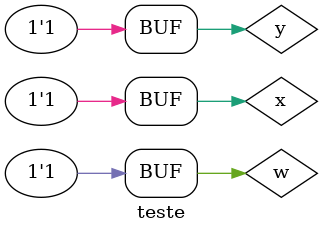
<source format=v>


module andgate(output s, output r, input a, input b, input c);
 assign s = (a & b);
 assign r = (s & c);
endmodule

module teste;
 reg x,y,w;
 wire z,t;
 
 andgate AND1 (z,t,x,y,w);
 
 initial begin
  x=0; y=0; w=0;
  $display("Teste\nx y w t");
  $monitor("%b %b %b %b",x,y,w,t);
  
  #1 x=0; y=0; w=1;
  #1 x=0; y=1; w=0;
  #1 x=0; y=1; w=1;
  #1 x=1; y=0; w=0;
  #1 x=1; y=0; w=1;
  #1 x=1; y=1; w=0;
  #1 x=1; y=1; w=1;
 end
 
endmodule
</source>
